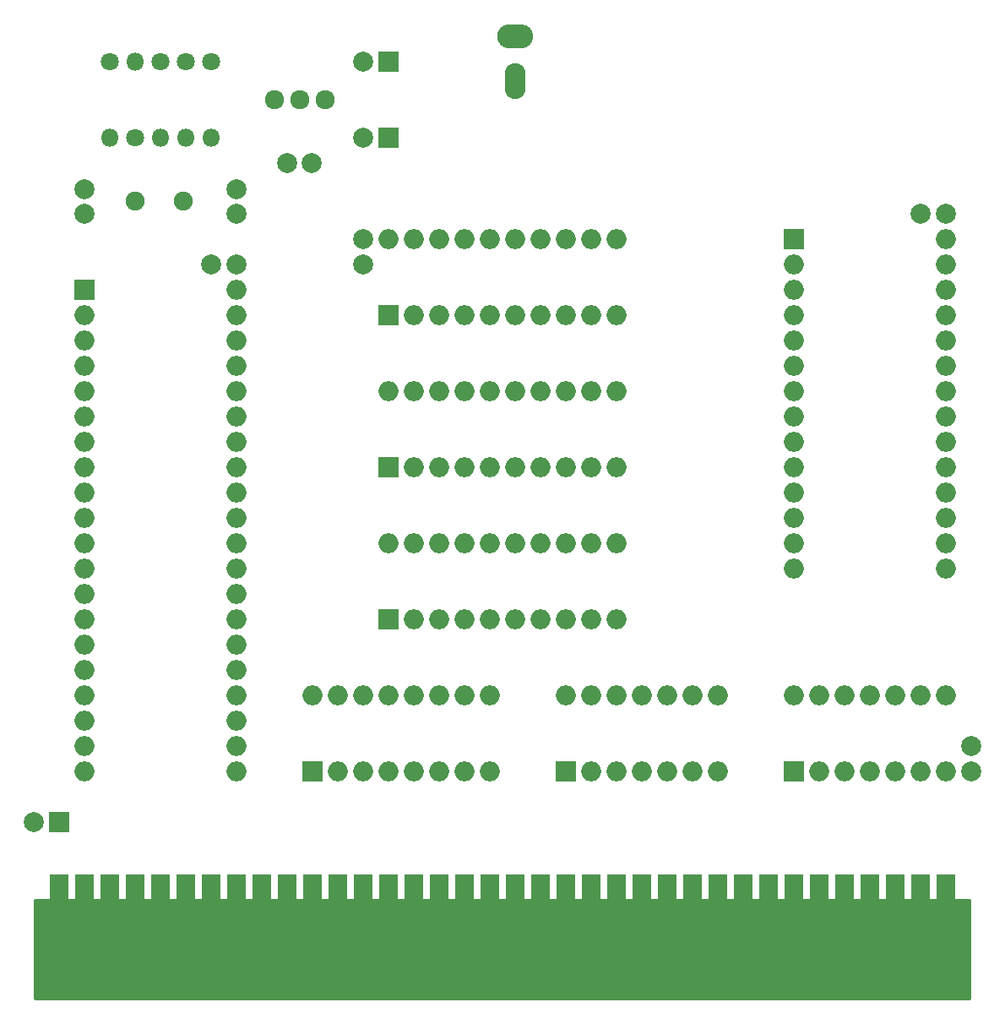
<source format=gts>
G04 #@! TF.FileFunction,Soldermask,Top*
%FSLAX46Y46*%
G04 Gerber Fmt 4.6, Leading zero omitted, Abs format (unit mm)*
G04 Created by KiCad (PCBNEW 4.0.7) date 2024 March 18, Monday 14:50:24*
%MOMM*%
%LPD*%
G01*
G04 APERTURE LIST*
%ADD10C,0.100000*%
%ADD11O,2.100000X3.600000*%
%ADD12O,3.600000X2.400000*%
%ADD13R,1.924000X12.400000*%
%ADD14C,2.000000*%
%ADD15R,2.000000X2.000000*%
%ADD16C,1.800000*%
%ADD17O,1.800000X1.800000*%
%ADD18O,2.000000X2.000000*%
%ADD19C,1.924000*%
%ADD20C,1.900000*%
%ADD21C,0.254000*%
G04 APERTURE END LIST*
D10*
D11*
X152400000Y-60380000D03*
D12*
X152400000Y-55880000D03*
D13*
X106680000Y-146050000D03*
X109220000Y-146050000D03*
X111760000Y-146050000D03*
X114300000Y-146050000D03*
X116840000Y-146050000D03*
X119380000Y-146050000D03*
X121920000Y-146050000D03*
X124460000Y-146050000D03*
X127000000Y-146050000D03*
X129540000Y-146050000D03*
X132080000Y-146050000D03*
X134620000Y-146050000D03*
X137160000Y-146050000D03*
X139700000Y-146050000D03*
X142240000Y-146050000D03*
X144780000Y-146050000D03*
X147320000Y-146050000D03*
X149860000Y-146050000D03*
X152400000Y-146050000D03*
X154940000Y-146050000D03*
X157480000Y-146050000D03*
X160020000Y-146050000D03*
X162560000Y-146050000D03*
X165100000Y-146050000D03*
X167640000Y-146050000D03*
X170180000Y-146050000D03*
X172720000Y-146050000D03*
X175260000Y-146050000D03*
X177800000Y-146050000D03*
X180340000Y-146050000D03*
X182880000Y-146050000D03*
X185420000Y-146050000D03*
X187960000Y-146050000D03*
X190500000Y-146050000D03*
X193040000Y-146050000D03*
X195580000Y-146050000D03*
D14*
X124460000Y-73660000D03*
X124460000Y-71160000D03*
X109220000Y-73660000D03*
X109220000Y-71160000D03*
X129540000Y-68580000D03*
X132040000Y-68580000D03*
D15*
X139700000Y-66040000D03*
D14*
X137200000Y-66040000D03*
D16*
X114300000Y-66040000D03*
D17*
X114300000Y-58420000D03*
D16*
X121920000Y-58420000D03*
D17*
X121920000Y-66040000D03*
D16*
X119380000Y-58420000D03*
D17*
X119380000Y-66040000D03*
D16*
X116840000Y-58420000D03*
D17*
X116840000Y-66040000D03*
D15*
X109220000Y-81280000D03*
D18*
X124460000Y-129540000D03*
X109220000Y-83820000D03*
X124460000Y-127000000D03*
X109220000Y-86360000D03*
X124460000Y-124460000D03*
X109220000Y-88900000D03*
X124460000Y-121920000D03*
X109220000Y-91440000D03*
X124460000Y-119380000D03*
X109220000Y-93980000D03*
X124460000Y-116840000D03*
X109220000Y-96520000D03*
X124460000Y-114300000D03*
X109220000Y-99060000D03*
X124460000Y-111760000D03*
X109220000Y-101600000D03*
X124460000Y-109220000D03*
X109220000Y-104140000D03*
X124460000Y-106680000D03*
X109220000Y-106680000D03*
X124460000Y-104140000D03*
X109220000Y-109220000D03*
X124460000Y-101600000D03*
X109220000Y-111760000D03*
X124460000Y-99060000D03*
X109220000Y-114300000D03*
X124460000Y-96520000D03*
X109220000Y-116840000D03*
X124460000Y-93980000D03*
X109220000Y-119380000D03*
X124460000Y-91440000D03*
X109220000Y-121920000D03*
X124460000Y-88900000D03*
X109220000Y-124460000D03*
X124460000Y-86360000D03*
X109220000Y-127000000D03*
X124460000Y-83820000D03*
X109220000Y-129540000D03*
X124460000Y-81280000D03*
D15*
X180340000Y-76200000D03*
D18*
X195580000Y-109220000D03*
X180340000Y-78740000D03*
X195580000Y-106680000D03*
X180340000Y-81280000D03*
X195580000Y-104140000D03*
X180340000Y-83820000D03*
X195580000Y-101600000D03*
X180340000Y-86360000D03*
X195580000Y-99060000D03*
X180340000Y-88900000D03*
X195580000Y-96520000D03*
X180340000Y-91440000D03*
X195580000Y-93980000D03*
X180340000Y-93980000D03*
X195580000Y-91440000D03*
X180340000Y-96520000D03*
X195580000Y-88900000D03*
X180340000Y-99060000D03*
X195580000Y-86360000D03*
X180340000Y-101600000D03*
X195580000Y-83820000D03*
X180340000Y-104140000D03*
X195580000Y-81280000D03*
X180340000Y-106680000D03*
X195580000Y-78740000D03*
X180340000Y-109220000D03*
X195580000Y-76200000D03*
D15*
X139700000Y-114300000D03*
D18*
X162560000Y-106680000D03*
X142240000Y-114300000D03*
X160020000Y-106680000D03*
X144780000Y-114300000D03*
X157480000Y-106680000D03*
X147320000Y-114300000D03*
X154940000Y-106680000D03*
X149860000Y-114300000D03*
X152400000Y-106680000D03*
X152400000Y-114300000D03*
X149860000Y-106680000D03*
X154940000Y-114300000D03*
X147320000Y-106680000D03*
X157480000Y-114300000D03*
X144780000Y-106680000D03*
X160020000Y-114300000D03*
X142240000Y-106680000D03*
X162560000Y-114300000D03*
X139700000Y-106680000D03*
D15*
X139700000Y-99060000D03*
D18*
X162560000Y-91440000D03*
X142240000Y-99060000D03*
X160020000Y-91440000D03*
X144780000Y-99060000D03*
X157480000Y-91440000D03*
X147320000Y-99060000D03*
X154940000Y-91440000D03*
X149860000Y-99060000D03*
X152400000Y-91440000D03*
X152400000Y-99060000D03*
X149860000Y-91440000D03*
X154940000Y-99060000D03*
X147320000Y-91440000D03*
X157480000Y-99060000D03*
X144780000Y-91440000D03*
X160020000Y-99060000D03*
X142240000Y-91440000D03*
X162560000Y-99060000D03*
X139700000Y-91440000D03*
D15*
X139700000Y-83820000D03*
D18*
X162560000Y-76200000D03*
X142240000Y-83820000D03*
X160020000Y-76200000D03*
X144780000Y-83820000D03*
X157480000Y-76200000D03*
X147320000Y-83820000D03*
X154940000Y-76200000D03*
X149860000Y-83820000D03*
X152400000Y-76200000D03*
X152400000Y-83820000D03*
X149860000Y-76200000D03*
X154940000Y-83820000D03*
X147320000Y-76200000D03*
X157480000Y-83820000D03*
X144780000Y-76200000D03*
X160020000Y-83820000D03*
X142240000Y-76200000D03*
X162560000Y-83820000D03*
X139700000Y-76200000D03*
D15*
X157480000Y-129540000D03*
D18*
X172720000Y-121920000D03*
X160020000Y-129540000D03*
X170180000Y-121920000D03*
X162560000Y-129540000D03*
X167640000Y-121920000D03*
X165100000Y-129540000D03*
X165100000Y-121920000D03*
X167640000Y-129540000D03*
X162560000Y-121920000D03*
X170180000Y-129540000D03*
X160020000Y-121920000D03*
X172720000Y-129540000D03*
X157480000Y-121920000D03*
D15*
X132080000Y-129540000D03*
D18*
X149860000Y-121920000D03*
X134620000Y-129540000D03*
X147320000Y-121920000D03*
X137160000Y-129540000D03*
X144780000Y-121920000D03*
X139700000Y-129540000D03*
X142240000Y-121920000D03*
X142240000Y-129540000D03*
X139700000Y-121920000D03*
X144780000Y-129540000D03*
X137160000Y-121920000D03*
X147320000Y-129540000D03*
X134620000Y-121920000D03*
X149860000Y-129540000D03*
X132080000Y-121920000D03*
D15*
X180340000Y-129540000D03*
D18*
X195580000Y-121920000D03*
X182880000Y-129540000D03*
X193040000Y-121920000D03*
X185420000Y-129540000D03*
X190500000Y-121920000D03*
X187960000Y-129540000D03*
X187960000Y-121920000D03*
X190500000Y-129540000D03*
X185420000Y-121920000D03*
X193040000Y-129540000D03*
X182880000Y-121920000D03*
X195580000Y-129540000D03*
X180340000Y-121920000D03*
D15*
X106680000Y-134620000D03*
D14*
X104180000Y-134620000D03*
D15*
X139700000Y-58420000D03*
D14*
X137200000Y-58420000D03*
X195580000Y-73660000D03*
X193080000Y-73660000D03*
X137160000Y-76200000D03*
X137160000Y-78700000D03*
X198120000Y-127000000D03*
X198120000Y-129500000D03*
X124460000Y-78740000D03*
X121960000Y-78740000D03*
D16*
X111760000Y-58420000D03*
D17*
X111760000Y-66040000D03*
D19*
X130810000Y-62230000D03*
X133350000Y-62230000D03*
X128270000Y-62230000D03*
D20*
X114300000Y-72390000D03*
X119180000Y-72390000D03*
D21*
G36*
X197993000Y-152273000D02*
X104267000Y-152273000D01*
X104267000Y-142367000D01*
X197993000Y-142367000D01*
X197993000Y-152273000D01*
X197993000Y-152273000D01*
G37*
X197993000Y-152273000D02*
X104267000Y-152273000D01*
X104267000Y-142367000D01*
X197993000Y-142367000D01*
X197993000Y-152273000D01*
M02*

</source>
